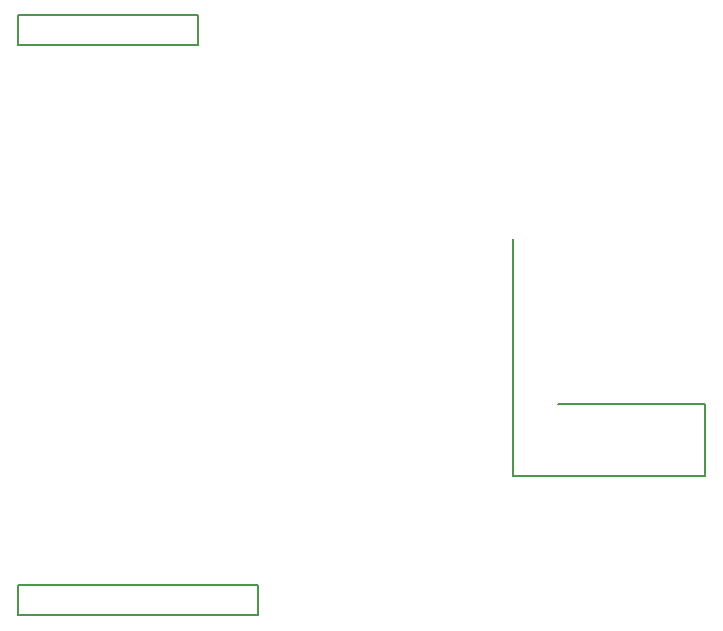
<source format=gbr>
G04 EAGLE Gerber RS-274X export*
G75*
%MOMM*%
%FSLAX34Y34*%
%LPD*%
%INSilkscreen Bottom*%
%IPPOS*%
%AMOC8*
5,1,8,0,0,1.08239X$1,22.5*%
G01*
%ADD10C,0.127000*%
%ADD11C,0.203200*%


D10*
X25400Y508000D02*
X177800Y508000D01*
X177800Y533400D01*
X25400Y533400D01*
X25400Y508000D01*
X25400Y25400D02*
X228600Y25400D01*
X228600Y50800D01*
X25400Y50800D01*
X25400Y25400D01*
D11*
X444500Y143510D02*
X607060Y143510D01*
X607060Y204470D01*
X482600Y204470D01*
X444500Y143510D02*
X444500Y344170D01*
M02*

</source>
